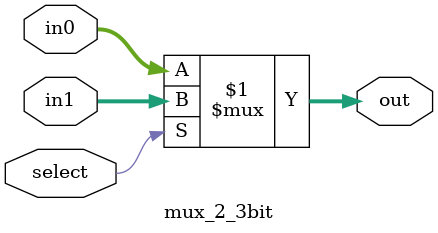
<source format=v>
module mux_2_3bit(out, select, in0, in1);
    input select;
    input [2:0] in0, in1;
    output [2:0] out;

    assign out = select ? in1 : in0;
endmodule

</source>
